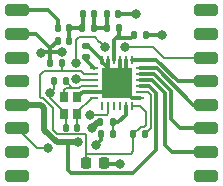
<source format=gtl>
%TF.GenerationSoftware,KiCad,Pcbnew,7.0.8*%
%TF.CreationDate,2024-01-16T20:57:43+00:00*%
%TF.ProjectId,RadioModule,52616469-6f4d-46f6-9475-6c652e6b6963,rev?*%
%TF.SameCoordinates,Original*%
%TF.FileFunction,Copper,L1,Top*%
%TF.FilePolarity,Positive*%
%FSLAX46Y46*%
G04 Gerber Fmt 4.6, Leading zero omitted, Abs format (unit mm)*
G04 Created by KiCad (PCBNEW 7.0.8) date 2024-01-16 20:57:43*
%MOMM*%
%LPD*%
G01*
G04 APERTURE LIST*
G04 Aperture macros list*
%AMRoundRect*
0 Rectangle with rounded corners*
0 $1 Rounding radius*
0 $2 $3 $4 $5 $6 $7 $8 $9 X,Y pos of 4 corners*
0 Add a 4 corners polygon primitive as box body*
4,1,4,$2,$3,$4,$5,$6,$7,$8,$9,$2,$3,0*
0 Add four circle primitives for the rounded corners*
1,1,$1+$1,$2,$3*
1,1,$1+$1,$4,$5*
1,1,$1+$1,$6,$7*
1,1,$1+$1,$8,$9*
0 Add four rect primitives between the rounded corners*
20,1,$1+$1,$2,$3,$4,$5,0*
20,1,$1+$1,$4,$5,$6,$7,0*
20,1,$1+$1,$6,$7,$8,$9,0*
20,1,$1+$1,$8,$9,$2,$3,0*%
G04 Aperture macros list end*
%TA.AperFunction,CastellatedPad*%
%ADD10RoundRect,0.250000X0.750000X-0.250000X0.750000X0.250000X-0.750000X0.250000X-0.750000X-0.250000X0*%
%TD*%
%TA.AperFunction,SMDPad,CuDef*%
%ADD11RoundRect,0.140000X0.170000X-0.140000X0.170000X0.140000X-0.170000X0.140000X-0.170000X-0.140000X0*%
%TD*%
%TA.AperFunction,SMDPad,CuDef*%
%ADD12RoundRect,0.140000X-0.140000X-0.170000X0.140000X-0.170000X0.140000X0.170000X-0.140000X0.170000X0*%
%TD*%
%TA.AperFunction,SMDPad,CuDef*%
%ADD13RoundRect,0.225000X-0.225000X-0.250000X0.225000X-0.250000X0.225000X0.250000X-0.225000X0.250000X0*%
%TD*%
%TA.AperFunction,SMDPad,CuDef*%
%ADD14R,0.762000X0.254000*%
%TD*%
%TA.AperFunction,SMDPad,CuDef*%
%ADD15R,0.254000X0.762000*%
%TD*%
%TA.AperFunction,SMDPad,CuDef*%
%ADD16R,2.641600X2.641600*%
%TD*%
%TA.AperFunction,SMDPad,CuDef*%
%ADD17RoundRect,0.147500X0.147500X0.172500X-0.147500X0.172500X-0.147500X-0.172500X0.147500X-0.172500X0*%
%TD*%
%TA.AperFunction,SMDPad,CuDef*%
%ADD18RoundRect,0.140000X0.140000X0.170000X-0.140000X0.170000X-0.140000X-0.170000X0.140000X-0.170000X0*%
%TD*%
%TA.AperFunction,SMDPad,CuDef*%
%ADD19RoundRect,0.147500X-0.147500X-0.172500X0.147500X-0.172500X0.147500X0.172500X-0.147500X0.172500X0*%
%TD*%
%TA.AperFunction,SMDPad,CuDef*%
%ADD20R,0.800000X0.900000*%
%TD*%
%TA.AperFunction,SMDPad,CuDef*%
%ADD21RoundRect,0.135000X-0.135000X-0.185000X0.135000X-0.185000X0.135000X0.185000X-0.135000X0.185000X0*%
%TD*%
%TA.AperFunction,ViaPad*%
%ADD22C,0.800000*%
%TD*%
%TA.AperFunction,Conductor*%
%ADD23C,0.300000*%
%TD*%
%TA.AperFunction,Conductor*%
%ADD24C,0.200000*%
%TD*%
%TA.AperFunction,Conductor*%
%ADD25C,0.500000*%
%TD*%
G04 APERTURE END LIST*
D10*
%TO.P,J5,1,Pin_1*%
%TO.N,3V3*%
X90000000Y-79000000D03*
%TD*%
%TO.P,J7,1,Pin_1*%
%TO.N,unconnected-(J7-Pin_1-Pad1)*%
X90000000Y-83000000D03*
%TD*%
%TO.P,J9,1,Pin_1*%
%TO.N,GND*%
X106000000Y-71000000D03*
%TD*%
%TO.P,J3,1,Pin_1*%
%TO.N,unconnected-(J3-Pin_1-Pad1)*%
X90000000Y-75000000D03*
%TD*%
D11*
%TO.P,C1,1*%
%TO.N,/V_PA*%
X95817000Y-74949999D03*
%TO.P,C1,2*%
%TO.N,GND*%
X95817000Y-73989999D03*
%TD*%
D12*
%TO.P,C10,1*%
%TO.N,Net-(C10-Pad1)*%
X95540000Y-71300000D03*
%TO.P,C10,2*%
%TO.N,Net-(C10-Pad2)*%
X96500000Y-71300000D03*
%TD*%
D10*
%TO.P,J16,1,Pin_1*%
%TO.N,GND*%
X106000000Y-85000000D03*
%TD*%
D13*
%TO.P,C6,1*%
%TO.N,/V_DCC*%
X95825000Y-83900000D03*
%TO.P,C6,2*%
%TO.N,GND*%
X97375000Y-83900000D03*
%TD*%
D12*
%TO.P,C4,1*%
%TO.N,GND*%
X93140000Y-77000000D03*
%TO.P,C4,2*%
%TO.N,/XTA*%
X94100000Y-77000000D03*
%TD*%
%TO.P,C7,1*%
%TO.N,Net-(U1-RFIO)*%
X99920000Y-73100000D03*
%TO.P,C7,2*%
%TO.N,GND*%
X100880000Y-73100000D03*
%TD*%
%TO.P,C3,1*%
%TO.N,GND*%
X94100000Y-80923001D03*
%TO.P,C3,2*%
%TO.N,/XTB_Reference Oscillator*%
X95060000Y-80923001D03*
%TD*%
D14*
%TO.P,U1,1,VR_PA*%
%TO.N,/V_PA*%
X96500000Y-75899999D03*
%TO.P,U1,2,VDD_INN*%
%TO.N,/V_DCC*%
X96500000Y-76399998D03*
%TO.P,U1,3,NRESET*%
%TO.N,NRST*%
X96500000Y-76899999D03*
%TO.P,U1,4,XTA*%
%TO.N,/XTA*%
X96500000Y-77399999D03*
%TO.P,U1,5,GND*%
%TO.N,GND*%
X96500000Y-77900000D03*
%TO.P,U1,6,XTB*%
%TO.N,/XTB_Reference Oscillator*%
X96500000Y-78399999D03*
D15*
%TO.P,U1,7,BUSY*%
%TO.N,unconnected-(U1-BUSY-Pad7)*%
X97218500Y-79118499D03*
%TO.P,U1,8,DIO1*%
%TO.N,INT*%
X97718499Y-79118499D03*
%TO.P,U1,9,DIO2*%
%TO.N,unconnected-(U1-DIO2-Pad9)*%
X98218500Y-79118499D03*
%TO.P,U1,10,DIO3*%
%TO.N,unconnected-(U1-DIO3-Pad10)*%
X98718500Y-79118499D03*
%TO.P,U1,11,VBAT_IO*%
%TO.N,Net-(U1-VBAT_IO)*%
X99218501Y-79118499D03*
%TO.P,U1,12,DCC_FB*%
%TO.N,/V_DCC*%
X99718500Y-79118499D03*
D14*
%TO.P,U1,13,GND*%
%TO.N,GND*%
X100437000Y-78399999D03*
%TO.P,U1,14,DCC_SW*%
%TO.N,/V_DCC2*%
X100437000Y-77900000D03*
%TO.P,U1,15,VBAT*%
%TO.N,3V3*%
X100437000Y-77399999D03*
%TO.P,U1,16,MISO_TX*%
%TO.N,MISO*%
X100437000Y-76899999D03*
%TO.P,U1,17,MOSI_RX*%
%TO.N,MOSI*%
X100437000Y-76399998D03*
%TO.P,U1,18,SCK_RTSN*%
%TO.N,SCK*%
X100437000Y-75899999D03*
D15*
%TO.P,U1,19,NSS_CTS*%
%TO.N,CS*%
X99718500Y-75181499D03*
%TO.P,U1,20,GND*%
%TO.N,GND*%
X99218501Y-75181499D03*
%TO.P,U1,21,GND*%
X98718500Y-75181499D03*
%TO.P,U1,22,RFIO*%
%TO.N,Net-(U1-RFIO)*%
X98218500Y-75181499D03*
%TO.P,U1,23,GND*%
%TO.N,GND*%
X97718499Y-75181499D03*
%TO.P,U1,24,GND*%
X97218500Y-75181499D03*
D16*
%TO.P,U1,25,GND*%
X98468500Y-77149999D03*
%TD*%
D17*
%TO.P,L3,1,1*%
%TO.N,Net-(C10-Pad2)*%
X96500000Y-72500000D03*
%TO.P,L3,2,2*%
%TO.N,Net-(C10-Pad1)*%
X95530000Y-72500000D03*
%TD*%
D10*
%TO.P,J6,1,Pin_1*%
%TO.N,INT*%
X90000000Y-81000000D03*
%TD*%
D18*
%TO.P,C11,1*%
%TO.N,Net-(C10-Pad1)*%
X94380000Y-73600000D03*
%TO.P,C11,2*%
%TO.N,GND*%
X93420000Y-73600000D03*
%TD*%
D10*
%TO.P,J12,1,Pin_1*%
%TO.N,CS*%
X106000000Y-77000000D03*
%TD*%
D17*
%TO.P,L2,1,1*%
%TO.N,Net-(U1-RFIO)*%
X98585000Y-72500000D03*
%TO.P,L2,2,2*%
%TO.N,Net-(C10-Pad2)*%
X97615000Y-72500000D03*
%TD*%
D18*
%TO.P,C2,1*%
%TO.N,/V_DCC*%
X93780000Y-75489999D03*
%TO.P,C2,2*%
%TO.N,GND*%
X92820000Y-75489999D03*
%TD*%
D10*
%TO.P,J2,1,Pin_1*%
%TO.N,GND*%
X90000000Y-73000000D03*
%TD*%
%TO.P,J11,1,Pin_1*%
%TO.N,NRST*%
X106000000Y-75000000D03*
%TD*%
%TO.P,J15,1,Pin_1*%
%TO.N,MISO*%
X106000000Y-83000000D03*
%TD*%
D18*
%TO.P,C5,1*%
%TO.N,Net-(U1-VBAT_IO)*%
X98080000Y-81500000D03*
%TO.P,C5,2*%
%TO.N,GND*%
X97120000Y-81500000D03*
%TD*%
D10*
%TO.P,J4,1,Pin_1*%
%TO.N,unconnected-(J4-Pin_1-Pad1)*%
X90000000Y-77000000D03*
%TD*%
%TO.P,J14,1,Pin_1*%
%TO.N,MOSI*%
X106000000Y-81000000D03*
%TD*%
%TO.P,J1,1,Pin_1*%
%TO.N,ANT*%
X90000000Y-71000000D03*
%TD*%
%TO.P,J8,1,Pin_1*%
%TO.N,unconnected-(J8-Pin_1-Pad1)*%
X90000000Y-85000000D03*
%TD*%
D19*
%TO.P,L1,1,1*%
%TO.N,/V_DCC*%
X99847000Y-81489999D03*
%TO.P,L1,2,2*%
%TO.N,/V_DCC2*%
X100817000Y-81489999D03*
%TD*%
D10*
%TO.P,J10,1,Pin_1*%
%TO.N,unconnected-(J10-Pin_1-Pad1)*%
X106000000Y-73000000D03*
%TD*%
D12*
%TO.P,C9,1*%
%TO.N,ANT*%
X93420000Y-72500000D03*
%TO.P,C9,2*%
%TO.N,Net-(C10-Pad1)*%
X94380000Y-72500000D03*
%TD*%
D10*
%TO.P,J13,1,Pin_1*%
%TO.N,SCK*%
X106000000Y-79000000D03*
%TD*%
D20*
%TO.P,Y1,1,1*%
%TO.N,/XTB_Reference Oscillator*%
X95067000Y-79763000D03*
%TO.P,Y1,2,2*%
%TO.N,GND*%
X95067000Y-78363000D03*
%TO.P,Y1,3,3*%
%TO.N,/XTA*%
X93967000Y-78363000D03*
%TO.P,Y1,4,4*%
%TO.N,GND*%
X93967000Y-79763000D03*
%TD*%
D21*
%TO.P,R1,1*%
%TO.N,3V3*%
X97057000Y-80489999D03*
%TO.P,R1,2*%
%TO.N,Net-(U1-VBAT_IO)*%
X98077000Y-80489999D03*
%TD*%
D12*
%TO.P,C8,1*%
%TO.N,Net-(C10-Pad2)*%
X97600000Y-71300000D03*
%TO.P,C8,2*%
%TO.N,GND*%
X98560000Y-71300000D03*
%TD*%
D22*
%TO.N,GND*%
X99200000Y-77100000D03*
X92000000Y-74600000D03*
X93800000Y-74500000D03*
X102300000Y-73100000D03*
X92800000Y-78000000D03*
X100100000Y-71300000D03*
X97800000Y-77100000D03*
X98700000Y-84000000D03*
X96700000Y-82400000D03*
%TO.N,INT*%
X96200000Y-79900000D03*
X92600000Y-82700000D03*
%TO.N,NRST*%
X97400000Y-74100000D03*
X94979499Y-76839694D03*
X94993869Y-75440757D03*
X99100000Y-74100000D03*
%TO.N,3V3*%
X96315712Y-80999803D03*
X95117500Y-82189499D03*
%TD*%
D23*
%TO.N,/V_PA*%
X95817000Y-75216999D02*
X96500000Y-75899999D01*
X95817000Y-74949999D02*
X95817000Y-75216999D01*
%TO.N,GND*%
X95545539Y-77900000D02*
X95082539Y-78363000D01*
X97718499Y-77900000D02*
X98468500Y-77149999D01*
X91600000Y-73000000D02*
X90000000Y-73000000D01*
X96027000Y-73989999D02*
X97218500Y-75181499D01*
D24*
X93140000Y-77660000D02*
X92800000Y-78000000D01*
D23*
X97800000Y-76481499D02*
X97800000Y-77100000D01*
X98560000Y-71300000D02*
X100100000Y-71300000D01*
X93420000Y-73620000D02*
X92820000Y-74220000D01*
X92100000Y-74500000D02*
X92000000Y-74600000D01*
X96500000Y-77900000D02*
X95545539Y-77900000D01*
D24*
X94100000Y-79772999D02*
X93967000Y-79639999D01*
D23*
X96500000Y-77900000D02*
X97718499Y-77900000D01*
X98718500Y-76899999D02*
X98468500Y-77149999D01*
X97218500Y-75181499D02*
X97218500Y-75435499D01*
X93420000Y-73600000D02*
X93420000Y-73620000D01*
X92820000Y-74500000D02*
X92100000Y-74500000D01*
X100424500Y-78387499D02*
X99706000Y-78387499D01*
X99200000Y-76418499D02*
X99200000Y-77100000D01*
D24*
X92800000Y-78422999D02*
X93967000Y-79589999D01*
D23*
X100880000Y-73100000D02*
X102300000Y-73100000D01*
X92820000Y-75489999D02*
X92820000Y-74500000D01*
X97218500Y-75422999D02*
X97241500Y-75422999D01*
D24*
X93967000Y-79589999D02*
X93967000Y-79639999D01*
D23*
X97218500Y-75181499D02*
X97218500Y-75422999D01*
X97800000Y-77100000D02*
X98418501Y-77100000D01*
X92820000Y-74220000D02*
X91600000Y-73000000D01*
X99218501Y-76399998D02*
X99200000Y-76418499D01*
X99218501Y-75181499D02*
X99218501Y-76399998D01*
X97475000Y-84000000D02*
X97375000Y-83900000D01*
X99706000Y-78387499D02*
X98468500Y-77149999D01*
D24*
X93140000Y-77000000D02*
X93140000Y-77660000D01*
X92800000Y-78000000D02*
X92800000Y-78422999D01*
D23*
X97120000Y-81500000D02*
X97120000Y-81980000D01*
X100437000Y-78399999D02*
X100424500Y-78387499D01*
X98718500Y-75181499D02*
X98718500Y-76899999D01*
X92820000Y-74500000D02*
X93800000Y-74500000D01*
X95817000Y-73989999D02*
X96027000Y-73989999D01*
X98700000Y-84000000D02*
X97475000Y-84000000D01*
X97718499Y-75181499D02*
X97718499Y-76399998D01*
X99200000Y-77100000D02*
X98518499Y-77100000D01*
D24*
X94100000Y-80923001D02*
X94100000Y-79896000D01*
D23*
X97120000Y-81980000D02*
X96700000Y-82400000D01*
X98468500Y-76649999D02*
X98468500Y-77149999D01*
X97718499Y-76399998D02*
X97800000Y-76481499D01*
X98518499Y-77100000D02*
X98468500Y-77149999D01*
X97241500Y-75422999D02*
X98468500Y-76649999D01*
X92820000Y-74500000D02*
X92820000Y-74220000D01*
X95082539Y-78363000D02*
X95067000Y-78363000D01*
X98418501Y-77100000D02*
X98468500Y-77149999D01*
D24*
%TO.N,/V_DCC*%
X100917000Y-80683000D02*
X100730001Y-80869999D01*
X99610001Y-83189999D02*
X99847000Y-82953000D01*
X92000000Y-78400000D02*
X92177818Y-78400000D01*
X95626999Y-76399998D02*
X95367000Y-76139999D01*
X91900000Y-76500000D02*
X91900000Y-78300000D01*
X99847000Y-82953000D02*
X99847000Y-81489999D01*
X100730001Y-80869999D02*
X100467000Y-80869999D01*
X91900000Y-78300000D02*
X92000000Y-78400000D01*
X93067000Y-79289182D02*
X93067000Y-81139999D01*
X99718500Y-79118499D02*
X100435499Y-79118499D01*
X93417000Y-81489999D02*
X95817000Y-81489999D01*
X95817000Y-81489999D02*
X95817000Y-83189999D01*
X93780000Y-75489999D02*
X93780000Y-76059999D01*
X94267000Y-76139999D02*
X93700000Y-76139999D01*
X100435499Y-79118499D02*
X100917000Y-79600000D01*
X92260001Y-76139999D02*
X91900000Y-76500000D01*
X93067000Y-81139999D02*
X93417000Y-81489999D01*
X93780000Y-76059999D02*
X93700000Y-76139999D01*
X100467000Y-80869999D02*
X99847000Y-81489999D01*
X96500000Y-76399998D02*
X95626999Y-76399998D01*
X95825000Y-83900000D02*
X95825000Y-83197999D01*
X95817000Y-83189999D02*
X99610001Y-83189999D01*
X95367000Y-76139999D02*
X94267000Y-76139999D01*
X95825000Y-83197999D02*
X95817000Y-83189999D01*
X93700000Y-76139999D02*
X92260001Y-76139999D01*
X100917000Y-79600000D02*
X100917000Y-80683000D01*
X92177818Y-78400000D02*
X93067000Y-79289182D01*
%TO.N,/XTB_Reference Oscillator*%
X95060000Y-80923001D02*
X95060000Y-79770000D01*
X95060000Y-79646999D02*
X95067000Y-79639999D01*
X96500000Y-78399999D02*
X96307000Y-78399999D01*
X96307000Y-78399999D02*
X95067000Y-79639999D01*
%TO.N,/XTA*%
X95269449Y-77539694D02*
X94639694Y-77539694D01*
X94140306Y-77539694D02*
X93967000Y-77713000D01*
X93967000Y-77713000D02*
X93967000Y-78363000D01*
X95409144Y-77399999D02*
X95269449Y-77539694D01*
X94639694Y-77539694D02*
X94140306Y-77539694D01*
X94639694Y-77539694D02*
X94100000Y-77000000D01*
X96500000Y-77399999D02*
X95409144Y-77399999D01*
D23*
%TO.N,Net-(U1-VBAT_IO)*%
X99218501Y-79118499D02*
X99218501Y-79826498D01*
X99218501Y-79826498D02*
X98555000Y-80489999D01*
D24*
X98077000Y-80489999D02*
X98077000Y-81497000D01*
X98077000Y-81497000D02*
X98080000Y-81500000D01*
D23*
X98555000Y-80489999D02*
X98077000Y-80489999D01*
%TO.N,Net-(U1-RFIO)*%
X98368500Y-73350000D02*
X99670000Y-73350000D01*
X98218500Y-75181499D02*
X98218500Y-73500000D01*
X98368500Y-73350000D02*
X98585000Y-73133500D01*
X98585000Y-73133500D02*
X98585000Y-72500000D01*
X98218500Y-73500000D02*
X98368500Y-73350000D01*
X99670000Y-73350000D02*
X99920000Y-73100000D01*
%TO.N,Net-(C10-Pad2)*%
X97615000Y-71315000D02*
X97600000Y-71300000D01*
X97615000Y-72500000D02*
X97615000Y-71315000D01*
X96500000Y-72500000D02*
X96500000Y-71300000D01*
X96500000Y-72500000D02*
X97615000Y-72500000D01*
%TO.N,Net-(C10-Pad1)*%
X95540000Y-71300000D02*
X95540000Y-72490000D01*
X95530000Y-72500000D02*
X94380000Y-72500000D01*
X95540000Y-72490000D02*
X95530000Y-72500000D01*
X94380000Y-72500000D02*
X94380000Y-73600000D01*
D24*
%TO.N,/V_DCC2*%
X101317000Y-78171999D02*
X101317000Y-80983000D01*
X100437000Y-77900000D02*
X101045001Y-77900000D01*
X101317000Y-80983000D02*
X100817000Y-81483000D01*
X100817000Y-81483000D02*
X100817000Y-81489999D01*
X101045001Y-77900000D02*
X101317000Y-78171999D01*
D23*
%TO.N,ANT*%
X93420000Y-71820000D02*
X92600000Y-71000000D01*
X92600000Y-71000000D02*
X90000000Y-71000000D01*
X93420000Y-72500000D02*
X93420000Y-71820000D01*
D24*
%TO.N,INT*%
X92600000Y-82700000D02*
X91700000Y-82700000D01*
X97718499Y-79118499D02*
X97718499Y-79726500D01*
X97718499Y-79726500D02*
X97589352Y-79855647D01*
X97589352Y-79855647D02*
X96244353Y-79855647D01*
X91700000Y-82700000D02*
X90000000Y-81000000D01*
X96244353Y-79855647D02*
X96200000Y-79900000D01*
%TO.N,NRST*%
X95060500Y-76899999D02*
X95039804Y-76899999D01*
X94993869Y-73506131D02*
X95200000Y-73300000D01*
X99100000Y-74100000D02*
X101500000Y-74100000D01*
X96971066Y-73700000D02*
X97000000Y-73700000D01*
X97000000Y-73700000D02*
X97400000Y-74100000D01*
X102400000Y-75000000D02*
X106000000Y-75000000D01*
X101500000Y-74100000D02*
X102400000Y-75000000D01*
X96571066Y-73300000D02*
X96971066Y-73700000D01*
X96500000Y-76899999D02*
X95060500Y-76899999D01*
X95039804Y-76899999D02*
X94979499Y-76839694D01*
X94993869Y-75440757D02*
X94993869Y-73506131D01*
X95200000Y-73300000D02*
X96571066Y-73300000D01*
D23*
%TO.N,CS*%
X101791320Y-75181499D02*
X103609821Y-77000000D01*
X99718500Y-75181499D02*
X101791320Y-75181499D01*
X103609821Y-77000000D02*
X106000000Y-77000000D01*
%TO.N,SCK*%
X100437000Y-75899999D02*
X101802714Y-75899999D01*
X104902715Y-79000000D02*
X106000000Y-79000000D01*
X101802714Y-75899999D02*
X104902715Y-79000000D01*
%TO.N,MOSI*%
X103000000Y-77804391D02*
X103000000Y-80200000D01*
X103000000Y-80200000D02*
X103800000Y-81000000D01*
X100437000Y-76399998D02*
X101595608Y-76399999D01*
X103800000Y-81000000D02*
X106000000Y-81000000D01*
X101595608Y-76399999D02*
X103000000Y-77804391D01*
%TO.N,MISO*%
X103100000Y-83000000D02*
X106000000Y-83000000D01*
X102500000Y-78011497D02*
X102500000Y-82400000D01*
X101388502Y-76899999D02*
X102500000Y-78011497D01*
X100437000Y-76899999D02*
X101388502Y-76899999D01*
X102500000Y-82400000D02*
X103100000Y-83000000D01*
D25*
%TO.N,3V3*%
X95117500Y-82189499D02*
X94300000Y-82189499D01*
X93338682Y-82189499D02*
X92300000Y-81150817D01*
X97057000Y-80489999D02*
X96825516Y-80489999D01*
D23*
X101181396Y-77399999D02*
X100437000Y-77399999D01*
X101767000Y-77985603D02*
X101181396Y-77399999D01*
X94582593Y-84800000D02*
X99800000Y-84800000D01*
D25*
X96825516Y-80489999D02*
X96315712Y-80999803D01*
D23*
X101767000Y-82833000D02*
X101767000Y-77985603D01*
X94300000Y-84517407D02*
X94582593Y-84800000D01*
D25*
X92300000Y-81150817D02*
X92300000Y-79300000D01*
D23*
X94300000Y-82189499D02*
X94300000Y-84517407D01*
X99800000Y-84800000D02*
X101767000Y-82833000D01*
D25*
X92300000Y-79300000D02*
X92000000Y-79000000D01*
X94300000Y-82189499D02*
X93338682Y-82189499D01*
X92000000Y-79000000D02*
X90000000Y-79000000D01*
%TD*%
M02*

</source>
